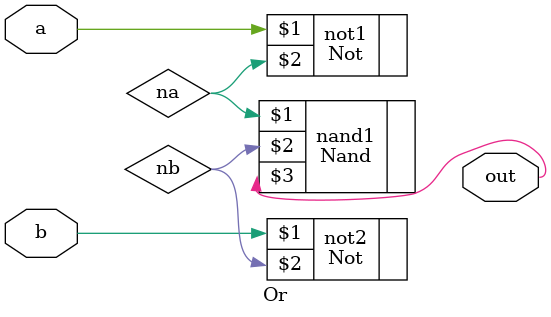
<source format=v>
module Or(input a, b, output out);
    Not not1(a, na);
    Not not2(b, nb);

    Nand nand1(na, nb, out);
endmodule
</source>
